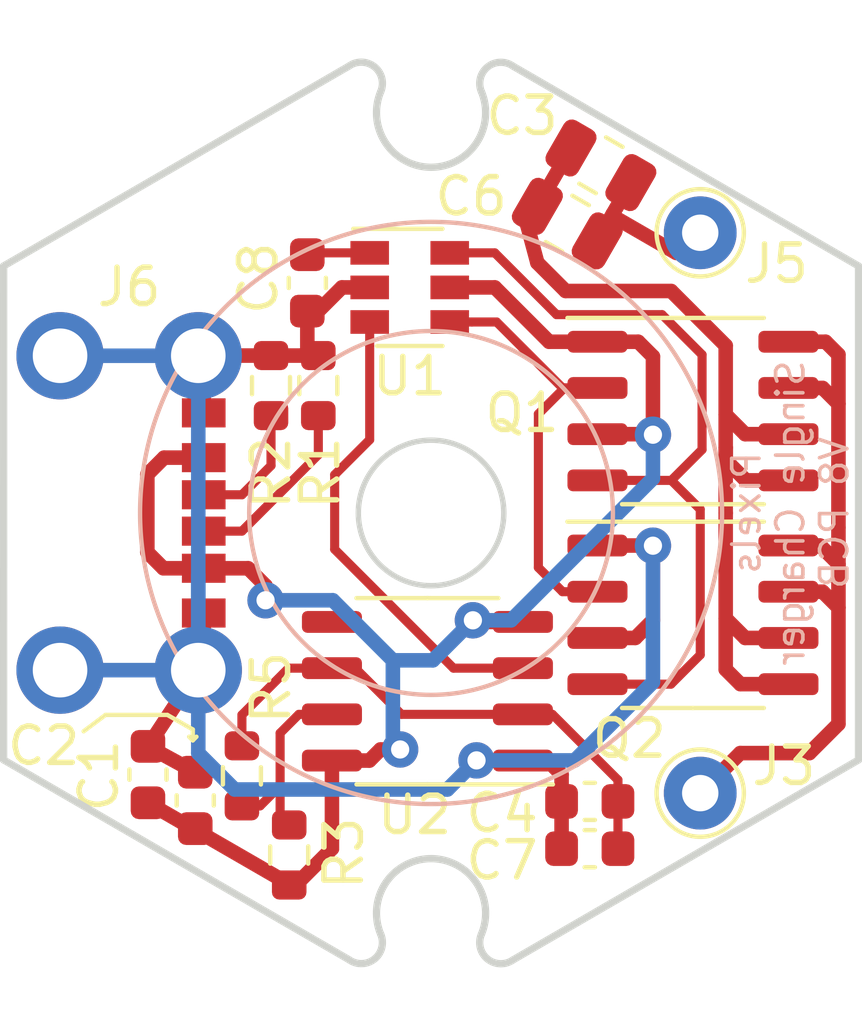
<source format=kicad_pcb>
(kicad_pcb (version 20171130) (host pcbnew "(5.1.10)-1")

  (general
    (thickness 1.6)
    (drawings 26)
    (tracks 169)
    (zones 0)
    (modules 18)
    (nets 14)
  )

  (page A4)
  (layers
    (0 F.Cu signal hide)
    (31 B.Cu signal)
    (32 B.Adhes user hide)
    (33 F.Adhes user hide)
    (34 B.Paste user hide)
    (35 F.Paste user hide)
    (36 B.SilkS user)
    (37 F.SilkS user hide)
    (38 B.Mask user hide)
    (39 F.Mask user hide)
    (40 Dwgs.User user hide)
    (41 Cmts.User user hide)
    (42 Eco1.User user hide)
    (43 Eco2.User user hide)
    (44 Edge.Cuts user)
    (45 Margin user)
    (46 B.CrtYd user hide)
    (47 F.CrtYd user hide)
    (48 B.Fab user hide)
    (49 F.Fab user hide)
  )

  (setup
    (last_trace_width 0.25)
    (trace_clearance 0.2)
    (zone_clearance 0.508)
    (zone_45_only no)
    (trace_min 0.2)
    (via_size 0.8)
    (via_drill 0.4)
    (via_min_size 0.4)
    (via_min_drill 0.3)
    (uvia_size 0.3)
    (uvia_drill 0.1)
    (uvias_allowed no)
    (uvia_min_size 0.2)
    (uvia_min_drill 0.1)
    (edge_width 0.05)
    (segment_width 0.2)
    (pcb_text_width 0.3)
    (pcb_text_size 1.5 1.5)
    (mod_edge_width 0.12)
    (mod_text_size 1 1)
    (mod_text_width 0.15)
    (pad_size 1.524 1.524)
    (pad_drill 0.762)
    (pad_to_mask_clearance 0)
    (aux_axis_origin 0 0)
    (visible_elements 7FFFFFFF)
    (pcbplotparams
      (layerselection 0x010fc_ffffffff)
      (usegerberextensions false)
      (usegerberattributes true)
      (usegerberadvancedattributes true)
      (creategerberjobfile true)
      (excludeedgelayer true)
      (linewidth 0.100000)
      (plotframeref false)
      (viasonmask false)
      (mode 1)
      (useauxorigin false)
      (hpglpennumber 1)
      (hpglpenspeed 20)
      (hpglpendiameter 15.000000)
      (psnegative false)
      (psa4output false)
      (plotreference true)
      (plotvalue true)
      (plotinvisibletext false)
      (padsonsilk false)
      (subtractmaskfromsilk false)
      (outputformat 1)
      (mirror false)
      (drillshape 0)
      (scaleselection 1)
      (outputdirectory "Gerber"))
  )

  (net 0 "")
  (net 1 GND)
  (net 2 VBUS)
  (net 3 "Net-(C3-Pad1)")
  (net 4 "Net-(C4-Pad1)")
  (net 5 "Net-(J6-PadA5)")
  (net 6 "Net-(J6-PadB5)")
  (net 7 "Net-(R3-Pad1)")
  (net 8 "Net-(C3-Pad2)")
  (net 9 "Net-(C8-Pad1)")
  (net 10 "Net-(J3-Pad1)")
  (net 11 "Net-(U1-Pad3)")
  (net 12 "Net-(Q1-Pad4)")
  (net 13 "Net-(Q1-Pad2)")

  (net_class Default "This is the default net class."
    (clearance 0.2)
    (trace_width 0.25)
    (via_dia 0.8)
    (via_drill 0.4)
    (uvia_dia 0.3)
    (uvia_drill 0.1)
    (add_net "Net-(C4-Pad1)")
    (add_net "Net-(C8-Pad1)")
    (add_net "Net-(J6-PadA5)")
    (add_net "Net-(J6-PadB5)")
    (add_net "Net-(Q1-Pad2)")
    (add_net "Net-(Q1-Pad4)")
    (add_net "Net-(R3-Pad1)")
    (add_net "Net-(U1-Pad3)")
  )

  (net_class Power ""
    (clearance 0.2)
    (trace_width 0.4)
    (via_dia 1)
    (via_drill 0.5)
    (uvia_dia 0.3)
    (uvia_drill 0.1)
    (add_net GND)
    (add_net "Net-(C3-Pad1)")
    (add_net "Net-(C3-Pad2)")
    (add_net "Net-(J3-Pad1)")
    (add_net VBUS)
  )

  (module Package_SO:SOP-8_3.9x4.9mm_P1.27mm (layer F.Cu) (tedit 5D9F72B1) (tstamp 61D09096)
    (at 152.2 73.8)
    (descr "SOP, 8 Pin (http://www.macronix.com/Lists/Datasheet/Attachments/7534/MX25R3235F,%20Wide%20Range,%2032Mb,%20v1.6.pdf#page=79), generated with kicad-footprint-generator ipc_gullwing_generator.py")
    (tags "SOP SO")
    (path /61D13C7C)
    (attr smd)
    (fp_text reference Q2 (at -1.75 3.4) (layer F.SilkS)
      (effects (font (size 1 1) (thickness 0.15)))
    )
    (fp_text value WSP9926A (at 0 3.4) (layer F.Fab)
      (effects (font (size 1 1) (thickness 0.15)))
    )
    (fp_text user %R (at 0 0) (layer F.Fab)
      (effects (font (size 0.98 0.98) (thickness 0.15)))
    )
    (fp_line (start 0 2.56) (end 1.95 2.56) (layer F.SilkS) (width 0.12))
    (fp_line (start 0 2.56) (end -1.95 2.56) (layer F.SilkS) (width 0.12))
    (fp_line (start 0 -2.56) (end 1.95 -2.56) (layer F.SilkS) (width 0.12))
    (fp_line (start 0 -2.56) (end -3.45 -2.56) (layer F.SilkS) (width 0.12))
    (fp_line (start -0.975 -2.45) (end 1.95 -2.45) (layer F.Fab) (width 0.1))
    (fp_line (start 1.95 -2.45) (end 1.95 2.45) (layer F.Fab) (width 0.1))
    (fp_line (start 1.95 2.45) (end -1.95 2.45) (layer F.Fab) (width 0.1))
    (fp_line (start -1.95 2.45) (end -1.95 -1.475) (layer F.Fab) (width 0.1))
    (fp_line (start -1.95 -1.475) (end -0.975 -2.45) (layer F.Fab) (width 0.1))
    (fp_line (start -3.7 -2.7) (end -3.7 2.7) (layer F.CrtYd) (width 0.05))
    (fp_line (start -3.7 2.7) (end 3.7 2.7) (layer F.CrtYd) (width 0.05))
    (fp_line (start 3.7 2.7) (end 3.7 -2.7) (layer F.CrtYd) (width 0.05))
    (fp_line (start 3.7 -2.7) (end -3.7 -2.7) (layer F.CrtYd) (width 0.05))
    (pad 8 smd roundrect (at 2.625 -1.905) (size 1.65 0.6) (layers F.Cu F.Paste F.Mask) (roundrect_rratio 0.25)
      (net 10 "Net-(J3-Pad1)"))
    (pad 7 smd roundrect (at 2.625 -0.635) (size 1.65 0.6) (layers F.Cu F.Paste F.Mask) (roundrect_rratio 0.25)
      (net 10 "Net-(J3-Pad1)"))
    (pad 6 smd roundrect (at 2.625 0.635) (size 1.65 0.6) (layers F.Cu F.Paste F.Mask) (roundrect_rratio 0.25)
      (net 3 "Net-(C3-Pad1)"))
    (pad 5 smd roundrect (at 2.625 1.905) (size 1.65 0.6) (layers F.Cu F.Paste F.Mask) (roundrect_rratio 0.25)
      (net 3 "Net-(C3-Pad1)"))
    (pad 4 smd roundrect (at -2.625 1.905) (size 1.65 0.6) (layers F.Cu F.Paste F.Mask) (roundrect_rratio 0.25)
      (net 12 "Net-(Q1-Pad4)"))
    (pad 3 smd roundrect (at -2.625 0.635) (size 1.65 0.6) (layers F.Cu F.Paste F.Mask) (roundrect_rratio 0.25)
      (net 1 GND))
    (pad 2 smd roundrect (at -2.625 -0.635) (size 1.65 0.6) (layers F.Cu F.Paste F.Mask) (roundrect_rratio 0.25)
      (net 13 "Net-(Q1-Pad2)"))
    (pad 1 smd roundrect (at -2.625 -1.905) (size 1.65 0.6) (layers F.Cu F.Paste F.Mask) (roundrect_rratio 0.25)
      (net 1 GND))
    (model ${KISYS3DMOD}/Package_SO.3dshapes/SOP-8_3.9x4.9mm_P1.27mm.wrl
      (at (xyz 0 0 0))
      (scale (xyz 1 1 1))
      (rotate (xyz 0 0 0))
    )
  )

  (module Package_SO:SOP-8_3.9x4.9mm_P1.27mm (layer F.Cu) (tedit 5D9F72B1) (tstamp 61D07FFE)
    (at 152.2 68.2)
    (descr "SOP, 8 Pin (http://www.macronix.com/Lists/Datasheet/Attachments/7534/MX25R3235F,%20Wide%20Range,%2032Mb,%20v1.6.pdf#page=79), generated with kicad-footprint-generator ipc_gullwing_generator.py")
    (tags "SOP SO")
    (path /61D0336A)
    (attr smd)
    (fp_text reference Q1 (at -4.7 0.05) (layer F.SilkS)
      (effects (font (size 1 1) (thickness 0.15)))
    )
    (fp_text value WSP4953A (at 0 3.4) (layer F.Fab)
      (effects (font (size 1 1) (thickness 0.15)))
    )
    (fp_text user %R (at 0 0) (layer F.Fab)
      (effects (font (size 0.98 0.98) (thickness 0.15)))
    )
    (fp_line (start 0 2.56) (end 1.95 2.56) (layer F.SilkS) (width 0.12))
    (fp_line (start 0 2.56) (end -1.95 2.56) (layer F.SilkS) (width 0.12))
    (fp_line (start 0 -2.56) (end 1.95 -2.56) (layer F.SilkS) (width 0.12))
    (fp_line (start 0 -2.56) (end -3.45 -2.56) (layer F.SilkS) (width 0.12))
    (fp_line (start -0.975 -2.45) (end 1.95 -2.45) (layer F.Fab) (width 0.1))
    (fp_line (start 1.95 -2.45) (end 1.95 2.45) (layer F.Fab) (width 0.1))
    (fp_line (start 1.95 2.45) (end -1.95 2.45) (layer F.Fab) (width 0.1))
    (fp_line (start -1.95 2.45) (end -1.95 -1.475) (layer F.Fab) (width 0.1))
    (fp_line (start -1.95 -1.475) (end -0.975 -2.45) (layer F.Fab) (width 0.1))
    (fp_line (start -3.7 -2.7) (end -3.7 2.7) (layer F.CrtYd) (width 0.05))
    (fp_line (start -3.7 2.7) (end 3.7 2.7) (layer F.CrtYd) (width 0.05))
    (fp_line (start 3.7 2.7) (end 3.7 -2.7) (layer F.CrtYd) (width 0.05))
    (fp_line (start 3.7 -2.7) (end -3.7 -2.7) (layer F.CrtYd) (width 0.05))
    (pad 8 smd roundrect (at 2.625 -1.905) (size 1.65 0.6) (layers F.Cu F.Paste F.Mask) (roundrect_rratio 0.25)
      (net 10 "Net-(J3-Pad1)"))
    (pad 7 smd roundrect (at 2.625 -0.635) (size 1.65 0.6) (layers F.Cu F.Paste F.Mask) (roundrect_rratio 0.25)
      (net 10 "Net-(J3-Pad1)"))
    (pad 6 smd roundrect (at 2.625 0.635) (size 1.65 0.6) (layers F.Cu F.Paste F.Mask) (roundrect_rratio 0.25)
      (net 3 "Net-(C3-Pad1)"))
    (pad 5 smd roundrect (at 2.625 1.905) (size 1.65 0.6) (layers F.Cu F.Paste F.Mask) (roundrect_rratio 0.25)
      (net 3 "Net-(C3-Pad1)"))
    (pad 4 smd roundrect (at -2.625 1.905) (size 1.65 0.6) (layers F.Cu F.Paste F.Mask) (roundrect_rratio 0.25)
      (net 12 "Net-(Q1-Pad4)"))
    (pad 3 smd roundrect (at -2.625 0.635) (size 1.65 0.6) (layers F.Cu F.Paste F.Mask) (roundrect_rratio 0.25)
      (net 2 VBUS))
    (pad 2 smd roundrect (at -2.625 -0.635) (size 1.65 0.6) (layers F.Cu F.Paste F.Mask) (roundrect_rratio 0.25)
      (net 13 "Net-(Q1-Pad2)"))
    (pad 1 smd roundrect (at -2.625 -1.905) (size 1.65 0.6) (layers F.Cu F.Paste F.Mask) (roundrect_rratio 0.25)
      (net 2 VBUS))
    (model ${KISYS3DMOD}/Package_SO.3dshapes/SOP-8_3.9x4.9mm_P1.27mm.wrl
      (at (xyz 0 0 0))
      (scale (xyz 1 1 1))
      (rotate (xyz 0 0 0))
    )
  )

  (module Pixels-dice:SOP-8_3.9x4.9mm_P1.27mm (layer F.Cu) (tedit 61AF8385) (tstamp 61D09CC2)
    (at 144.9 75.9 180)
    (descr "SOP, 8 Pin (http://www.macronix.com/Lists/Datasheet/Attachments/7534/MX25R3235F,%20Wide%20Range,%2032Mb,%20v1.6.pdf#page=79), generated with kicad-footprint-generator ipc_gullwing_generator.py")
    (tags "SOP SO")
    (path /60AD080A)
    (attr smd)
    (fp_text reference U2 (at 0.35 -3.4) (layer F.SilkS)
      (effects (font (size 1 1) (thickness 0.15)))
    )
    (fp_text value NE551D (at 0 3.4) (layer F.Fab)
      (effects (font (size 1 1) (thickness 0.15)))
    )
    (fp_line (start 0 2.56) (end 1.95 2.56) (layer F.SilkS) (width 0.12))
    (fp_line (start 0 2.56) (end -1.95 2.56) (layer F.SilkS) (width 0.12))
    (fp_line (start 0 -2.56) (end 1.95 -2.56) (layer F.SilkS) (width 0.12))
    (fp_line (start 0 -2.56) (end -3.45 -2.56) (layer F.SilkS) (width 0.12))
    (fp_line (start -0.975 -2.45) (end 1.95 -2.45) (layer F.Fab) (width 0.1))
    (fp_line (start 1.95 -2.45) (end 1.95 2.45) (layer F.Fab) (width 0.1))
    (fp_line (start 1.95 2.45) (end -1.95 2.45) (layer F.Fab) (width 0.1))
    (fp_line (start -1.95 2.45) (end -1.95 -1.475) (layer F.Fab) (width 0.1))
    (fp_line (start -1.95 -1.475) (end -0.975 -2.45) (layer F.Fab) (width 0.1))
    (fp_line (start -3.7 -2.7) (end -3.7 2.7) (layer F.CrtYd) (width 0.05))
    (fp_line (start -3.7 2.7) (end 3.7 2.7) (layer F.CrtYd) (width 0.05))
    (fp_line (start 3.7 2.7) (end 3.7 -2.7) (layer F.CrtYd) (width 0.05))
    (fp_line (start 3.7 -2.7) (end -3.7 -2.7) (layer F.CrtYd) (width 0.05))
    (fp_text user %R (at 0 0) (layer F.Fab)
      (effects (font (size 0.98 0.98) (thickness 0.15)))
    )
    (pad 8 smd roundrect (at 2.625 -1.905 180) (size 1.65 0.6) (layers F.Cu F.Paste F.Mask) (roundrect_rratio 0.25)
      (net 2 VBUS))
    (pad 7 smd roundrect (at 2.625 -0.635 180) (size 1.65 0.6) (layers F.Cu F.Paste F.Mask) (roundrect_rratio 0.25)
      (net 7 "Net-(R3-Pad1)"))
    (pad 6 smd roundrect (at 2.625 0.635 180) (size 1.65 0.6) (layers F.Cu F.Paste F.Mask) (roundrect_rratio 0.25)
      (net 4 "Net-(C4-Pad1)"))
    (pad 5 smd roundrect (at 2.625 1.905 180) (size 1.65 0.6) (layers F.Cu F.Paste F.Mask) (roundrect_rratio 0.25))
    (pad 4 smd roundrect (at -2.625 1.905 180) (size 1.65 0.6) (layers F.Cu F.Paste F.Mask) (roundrect_rratio 0.25)
      (net 2 VBUS))
    (pad 3 smd roundrect (at -2.625 0.635 180) (size 1.65 0.6) (layers F.Cu F.Paste F.Mask) (roundrect_rratio 0.25)
      (net 11 "Net-(U1-Pad3)"))
    (pad 2 smd roundrect (at -2.625 -0.635 180) (size 1.65 0.6) (layers F.Cu F.Paste F.Mask) (roundrect_rratio 0.25)
      (net 4 "Net-(C4-Pad1)"))
    (pad 1 smd roundrect (at -2.625 -1.905 180) (size 1.65 0.6) (layers F.Cu F.Paste F.Mask) (roundrect_rratio 0.25)
      (net 1 GND))
    (model ${KISYS3DMOD}/Package_SO.3dshapes/HSOP-8-1EP_3.9x4.9mm_P1.27mm_EP2.41x3.1mm.step
      (at (xyz 0 0 0))
      (scale (xyz 1 1 1))
      (rotate (xyz 0 0 0))
    )
  )

  (module Pixels-dice:USB-C-SMD_10P-P1.00-L6.8-W8.9 (layer F.Cu) (tedit 61ACE364) (tstamp 616A5DB8)
    (at 136.7 71)
    (path /607B35F9)
    (attr smd)
    (fp_text reference J6 (at 0 -6.21) (layer F.SilkS)
      (effects (font (size 1 1) (thickness 0.15)))
    )
    (fp_text value USB_C_Receptacle_USB2.0 (at 0.1 -7) (layer F.Fab)
      (effects (font (size 1 1) (thickness 0.15)))
    )
    (fp_line (start -4.5 -8) (end -4.5 7.6) (layer F.SilkS) (width 0.12))
    (pad B12 smd rect (at 2.05 -2.75 270) (size 0.8 1.2) (layers F.Cu F.Paste F.Mask)
      (net 1 GND))
    (pad B9 smd rect (at 2.05 -1.52 270) (size 0.8 1.2) (layers F.Cu F.Paste F.Mask)
      (net 2 VBUS))
    (pad A5 smd rect (at 2.05 -0.5 270) (size 0.8 1.2) (layers F.Cu F.Paste F.Mask)
      (net 5 "Net-(J6-PadA5)"))
    (pad B5 smd rect (at 2.05 0.5 270) (size 0.8 1.2) (layers F.Cu F.Paste F.Mask)
      (net 6 "Net-(J6-PadB5)"))
    (pad A9 smd rect (at 2.05 1.52 270) (size 0.8 1.2) (layers F.Cu F.Paste F.Mask)
      (net 2 VBUS))
    (pad A12 smd rect (at 2.05 2.75 270) (size 0.8 1.2) (layers F.Cu F.Paste F.Mask)
      (net 1 GND))
    (pad S1 thru_hole circle (at -1.9 -4.32 270) (size 2.4 2.4) (drill 1.5) (layers *.Cu *.Mask)
      (net 1 GND))
    (pad S1 thru_hole circle (at -1.9 4.32 270) (size 2.4 2.4) (drill 1.5) (layers *.Cu *.Mask)
      (net 1 GND))
    (pad S1 thru_hole circle (at 1.9 -4.32 270) (size 2.4 2.4) (drill 1.5) (layers *.Cu *.Mask)
      (net 1 GND))
    (pad S1 thru_hole circle (at 1.9 4.32 270) (size 2.4 2.4) (drill 1.5) (layers *.Cu *.Mask)
      (net 1 GND))
    (model "C:/Projects/Pixels-dice/Electrical/Footprints/Step Files/TYPE-C-31-M-17.step"
      (offset (xyz -4.7 4.5 0))
      (scale (xyz 1 1 1))
      (rotate (xyz 0 0 90))
    )
  )

  (module Capacitor_SMD:C_0805_2012Metric (layer F.Cu) (tedit 5F68FEEE) (tstamp 6185B21C)
    (at 148.745096 63.047724 330)
    (descr "Capacitor SMD 0805 (2012 Metric), square (rectangular) end terminal, IPC_7351 nominal, (Body size source: IPC-SM-782 page 76, https://www.pcb-3d.com/wordpress/wp-content/uploads/ipc-sm-782a_amendment_1_and_2.pdf, https://docs.google.com/spreadsheets/d/1BsfQQcO9C6DZCsRaXUlFlo91Tg2WpOkGARC1WS5S8t0/edit?usp=sharing), generated with kicad-footprint-generator")
    (tags capacitor)
    (path /61A5AD24)
    (attr smd)
    (fp_text reference C6 (at -2.664582 0.675 180) (layer F.SilkS)
      (effects (font (size 1 1) (thickness 0.15)))
    )
    (fp_text value "0.1uF 50V 10%" (at 0 1.68 150) (layer F.Fab)
      (effects (font (size 1 1) (thickness 0.15)))
    )
    (fp_line (start 1.7 0.98) (end -1.7 0.98) (layer F.CrtYd) (width 0.05))
    (fp_line (start 1.7 -0.98) (end 1.7 0.98) (layer F.CrtYd) (width 0.05))
    (fp_line (start -1.7 -0.98) (end 1.7 -0.98) (layer F.CrtYd) (width 0.05))
    (fp_line (start -1.7 0.98) (end -1.7 -0.98) (layer F.CrtYd) (width 0.05))
    (fp_line (start -0.261252 0.735) (end 0.261252 0.735) (layer F.SilkS) (width 0.12))
    (fp_line (start -0.261252 -0.735) (end 0.261252 -0.735) (layer F.SilkS) (width 0.12))
    (fp_line (start 1 0.625) (end -1 0.625) (layer F.Fab) (width 0.1))
    (fp_line (start 1 -0.625) (end 1 0.625) (layer F.Fab) (width 0.1))
    (fp_line (start -1 -0.625) (end 1 -0.625) (layer F.Fab) (width 0.1))
    (fp_line (start -1 0.625) (end -1 -0.625) (layer F.Fab) (width 0.1))
    (fp_text user %R (at 0 0 150) (layer F.Fab)
      (effects (font (size 0.5 0.5) (thickness 0.08)))
    )
    (pad 2 smd roundrect (at 0.95 0 330) (size 1 1.45) (layers F.Cu F.Paste F.Mask) (roundrect_rratio 0.25)
      (net 8 "Net-(C3-Pad2)"))
    (pad 1 smd roundrect (at -0.95 0 330) (size 1 1.45) (layers F.Cu F.Paste F.Mask) (roundrect_rratio 0.25)
      (net 3 "Net-(C3-Pad1)"))
    (model ${KISYS3DMOD}/Capacitor_SMD.3dshapes/C_0805_2012Metric.wrl
      (at (xyz 0 0 0))
      (scale (xyz 1 1 1))
      (rotate (xyz 0 0 0))
    )
  )

  (module Capacitor_SMD:C_0805_2012Metric (layer F.Cu) (tedit 5F68FEEE) (tstamp 6185B16E)
    (at 149.670096 61.445577 330)
    (descr "Capacitor SMD 0805 (2012 Metric), square (rectangular) end terminal, IPC_7351 nominal, (Body size source: IPC-SM-782 page 76, https://www.pcb-3d.com/wordpress/wp-content/uploads/ipc-sm-782a_amendment_1_and_2.pdf, https://docs.google.com/spreadsheets/d/1BsfQQcO9C6DZCsRaXUlFlo91Tg2WpOkGARC1WS5S8t0/edit?usp=sharing), generated with kicad-footprint-generator")
    (tags capacitor)
    (path /607B9B06)
    (attr smd)
    (fp_text reference C3 (at -2.558688 -0.091586 180) (layer F.SilkS)
      (effects (font (size 1 1) (thickness 0.15)))
    )
    (fp_text value "0.22uF 50V 10%" (at 0 1.68 150) (layer F.Fab)
      (effects (font (size 1 1) (thickness 0.15)))
    )
    (fp_line (start -1 0.625) (end -1 -0.625) (layer F.Fab) (width 0.1))
    (fp_line (start -1 -0.625) (end 1 -0.625) (layer F.Fab) (width 0.1))
    (fp_line (start 1 -0.625) (end 1 0.625) (layer F.Fab) (width 0.1))
    (fp_line (start 1 0.625) (end -1 0.625) (layer F.Fab) (width 0.1))
    (fp_line (start -0.261252 -0.735) (end 0.261252 -0.735) (layer F.SilkS) (width 0.12))
    (fp_line (start -0.261252 0.735) (end 0.261252 0.735) (layer F.SilkS) (width 0.12))
    (fp_line (start -1.7 0.98) (end -1.7 -0.98) (layer F.CrtYd) (width 0.05))
    (fp_line (start -1.7 -0.98) (end 1.7 -0.98) (layer F.CrtYd) (width 0.05))
    (fp_line (start 1.7 -0.98) (end 1.7 0.98) (layer F.CrtYd) (width 0.05))
    (fp_line (start 1.7 0.98) (end -1.7 0.98) (layer F.CrtYd) (width 0.05))
    (fp_text user %R (at 0 0 150) (layer F.Fab)
      (effects (font (size 0.5 0.5) (thickness 0.08)))
    )
    (pad 2 smd roundrect (at 0.95 0 330) (size 1 1.45) (layers F.Cu F.Paste F.Mask) (roundrect_rratio 0.25)
      (net 8 "Net-(C3-Pad2)"))
    (pad 1 smd roundrect (at -0.95 0 330) (size 1 1.45) (layers F.Cu F.Paste F.Mask) (roundrect_rratio 0.25)
      (net 3 "Net-(C3-Pad1)"))
    (model ${KISYS3DMOD}/Capacitor_SMD.3dshapes/C_0805_2012Metric.wrl
      (at (xyz 0 0 0))
      (scale (xyz 1 1 1))
      (rotate (xyz 0 0 0))
    )
  )

  (module Capacitor_SMD:C_0603_1608Metric (layer F.Cu) (tedit 5F68FEEE) (tstamp 6179C0AB)
    (at 149.363397 80.226795 180)
    (descr "Capacitor SMD 0603 (1608 Metric), square (rectangular) end terminal, IPC_7351 nominal, (Body size source: IPC-SM-782 page 76, https://www.pcb-3d.com/wordpress/wp-content/uploads/ipc-sm-782a_amendment_1_and_2.pdf), generated with kicad-footprint-generator")
    (tags capacitor)
    (path /61804C6B)
    (attr smd)
    (fp_text reference C7 (at 2.413397 -0.323205) (layer F.SilkS)
      (effects (font (size 1 1) (thickness 0.15)))
    )
    (fp_text value "33pF 50V 10%" (at 0 1.43) (layer F.Fab)
      (effects (font (size 1 1) (thickness 0.15)))
    )
    (fp_line (start -0.8 0.4) (end -0.8 -0.4) (layer F.Fab) (width 0.1))
    (fp_line (start -0.8 -0.4) (end 0.8 -0.4) (layer F.Fab) (width 0.1))
    (fp_line (start 0.8 -0.4) (end 0.8 0.4) (layer F.Fab) (width 0.1))
    (fp_line (start 0.8 0.4) (end -0.8 0.4) (layer F.Fab) (width 0.1))
    (fp_line (start -0.14058 -0.51) (end 0.14058 -0.51) (layer F.SilkS) (width 0.12))
    (fp_line (start -0.14058 0.51) (end 0.14058 0.51) (layer F.SilkS) (width 0.12))
    (fp_line (start -1.48 0.73) (end -1.48 -0.73) (layer F.CrtYd) (width 0.05))
    (fp_line (start -1.48 -0.73) (end 1.48 -0.73) (layer F.CrtYd) (width 0.05))
    (fp_line (start 1.48 -0.73) (end 1.48 0.73) (layer F.CrtYd) (width 0.05))
    (fp_line (start 1.48 0.73) (end -1.48 0.73) (layer F.CrtYd) (width 0.05))
    (fp_text user %R (at 0 0) (layer F.Fab)
      (effects (font (size 0.4 0.4) (thickness 0.06)))
    )
    (pad 2 smd roundrect (at 0.775 0 180) (size 0.9 0.95) (layers F.Cu F.Paste F.Mask) (roundrect_rratio 0.25)
      (net 1 GND))
    (pad 1 smd roundrect (at -0.775 0 180) (size 0.9 0.95) (layers F.Cu F.Paste F.Mask) (roundrect_rratio 0.25)
      (net 4 "Net-(C4-Pad1)"))
    (model ${KISYS3DMOD}/Capacitor_SMD.3dshapes/C_0603_1608Metric.wrl
      (at (xyz 0 0 0))
      (scale (xyz 1 1 1))
      (rotate (xyz 0 0 0))
    )
  )

  (module Pixels-dice:SOT-26 (layer F.Cu) (tedit 616B9834) (tstamp 616A791D)
    (at 144.412917 64.801795 180)
    (descr "6-pin SOT-23 package")
    (tags SOT-23-6)
    (path /616C6B31)
    (attr smd)
    (fp_text reference U1 (at 0 -2.44 180) (layer F.SilkS)
      (effects (font (size 1 1) (thickness 0.15)))
    )
    (fp_text value AP1511B (at 0 -2.9 180) (layer F.Fab)
      (effects (font (size 1 1) (thickness 0.15)))
    )
    (fp_line (start -0.9 1.55) (end -0.9 -1.55) (layer F.Fab) (width 0.1))
    (fp_line (start -0.9 -1.55) (end 0.9 -1.55) (layer F.Fab) (width 0.1))
    (fp_line (start 0.9 0.9) (end 0.9 -1.55) (layer F.Fab) (width 0.1))
    (fp_line (start -0.9 1.55) (end 0.25 1.55) (layer F.Fab) (width 0.1))
    (fp_line (start 0.9 0.9) (end 0.25 1.55) (layer F.Fab) (width 0.1))
    (fp_line (start 1.9 1.8) (end 1.9 -1.8) (layer F.CrtYd) (width 0.05))
    (fp_line (start 1.9 -1.8) (end -1.9 -1.8) (layer F.CrtYd) (width 0.05))
    (fp_line (start -1.9 -1.8) (end -1.9 1.8) (layer F.CrtYd) (width 0.05))
    (fp_line (start -1.9 1.8) (end 1.9 1.8) (layer F.CrtYd) (width 0.05))
    (fp_line (start -0.9 1.61) (end 1.55 1.61) (layer F.SilkS) (width 0.12))
    (fp_line (start 0.9 -1.61) (end -0.9 -1.61) (layer F.SilkS) (width 0.12))
    (fp_text user %R (at 0 0 270) (layer F.Fab)
      (effects (font (size 0.5 0.5) (thickness 0.075)))
    )
    (pad 5 smd rect (at -1.1 0) (size 1.06 0.65) (layers F.Cu F.Paste F.Mask)
      (net 2 VBUS))
    (pad 6 smd rect (at -1.1 0.95) (size 1.06 0.65) (layers F.Cu F.Paste F.Mask)
      (net 12 "Net-(Q1-Pad4)"))
    (pad 4 smd rect (at -1.1 -0.95) (size 1.06 0.65) (layers F.Cu F.Paste F.Mask)
      (net 13 "Net-(Q1-Pad2)"))
    (pad 3 smd rect (at 1.1 -0.95) (size 1.06 0.65) (layers F.Cu F.Paste F.Mask)
      (net 11 "Net-(U1-Pad3)"))
    (pad 2 smd rect (at 1.1 0) (size 1.06 0.65) (layers F.Cu F.Paste F.Mask)
      (net 1 GND))
    (pad 1 smd rect (at 1.1 0.95) (size 1.06 0.65) (layers F.Cu F.Paste F.Mask)
      (net 9 "Net-(C8-Pad1)"))
    (model ${KISYS3DMOD}/Package_TO_SOT_SMD.3dshapes/SOT-23-6.wrl
      (at (xyz 0 0 0))
      (scale (xyz 1 1 1))
      (rotate (xyz 0 0 0))
    )
  )

  (module Capacitor_SMD:C_0603_1608Metric (layer F.Cu) (tedit 5F68FEEE) (tstamp 616BFF12)
    (at 141.597853 64.677628 270)
    (descr "Capacitor SMD 0603 (1608 Metric), square (rectangular) end terminal, IPC_7351 nominal, (Body size source: IPC-SM-782 page 76, https://www.pcb-3d.com/wordpress/wp-content/uploads/ipc-sm-782a_amendment_1_and_2.pdf), generated with kicad-footprint-generator")
    (tags capacitor)
    (path /616F5905)
    (attr smd)
    (fp_text reference C8 (at -0.127628 1.347853 90) (layer F.SilkS)
      (effects (font (size 1 1) (thickness 0.15)))
    )
    (fp_text value "2.2pF 50V 10%" (at 0 1.43 90) (layer F.Fab)
      (effects (font (size 1 1) (thickness 0.15)))
    )
    (fp_line (start 1.48 0.73) (end -1.48 0.73) (layer F.CrtYd) (width 0.05))
    (fp_line (start 1.48 -0.73) (end 1.48 0.73) (layer F.CrtYd) (width 0.05))
    (fp_line (start -1.48 -0.73) (end 1.48 -0.73) (layer F.CrtYd) (width 0.05))
    (fp_line (start -1.48 0.73) (end -1.48 -0.73) (layer F.CrtYd) (width 0.05))
    (fp_line (start -0.14058 0.51) (end 0.14058 0.51) (layer F.SilkS) (width 0.12))
    (fp_line (start -0.14058 -0.51) (end 0.14058 -0.51) (layer F.SilkS) (width 0.12))
    (fp_line (start 0.8 0.4) (end -0.8 0.4) (layer F.Fab) (width 0.1))
    (fp_line (start 0.8 -0.4) (end 0.8 0.4) (layer F.Fab) (width 0.1))
    (fp_line (start -0.8 -0.4) (end 0.8 -0.4) (layer F.Fab) (width 0.1))
    (fp_line (start -0.8 0.4) (end -0.8 -0.4) (layer F.Fab) (width 0.1))
    (fp_text user %R (at 0 0 90) (layer F.Fab)
      (effects (font (size 0.4 0.4) (thickness 0.06)))
    )
    (pad 2 smd roundrect (at 0.775 0 270) (size 0.9 0.95) (layers F.Cu F.Paste F.Mask) (roundrect_rratio 0.25)
      (net 1 GND))
    (pad 1 smd roundrect (at -0.775 0 270) (size 0.9 0.95) (layers F.Cu F.Paste F.Mask) (roundrect_rratio 0.25)
      (net 9 "Net-(C8-Pad1)"))
    (model ${KISYS3DMOD}/Capacitor_SMD.3dshapes/C_0603_1608Metric.wrl
      (at (xyz 0 0 0))
      (scale (xyz 1 1 1))
      (rotate (xyz 0 0 0))
    )
  )

  (module Capacitor_SMD:C_0603_1608Metric (layer F.Cu) (tedit 5F68FEEE) (tstamp 616A762E)
    (at 149.363397 78.926795 180)
    (descr "Capacitor SMD 0603 (1608 Metric), square (rectangular) end terminal, IPC_7351 nominal, (Body size source: IPC-SM-782 page 76, https://www.pcb-3d.com/wordpress/wp-content/uploads/ipc-sm-782a_amendment_1_and_2.pdf), generated with kicad-footprint-generator")
    (tags capacitor)
    (path /60AF0ABE)
    (attr smd)
    (fp_text reference C4 (at 2.413397 -0.323205) (layer F.SilkS)
      (effects (font (size 1 1) (thickness 0.15)))
    )
    (fp_text value "10pF 50V 10%" (at 0 1.43) (layer F.Fab)
      (effects (font (size 1 1) (thickness 0.15)))
    )
    (fp_line (start 1.48 0.73) (end -1.48 0.73) (layer F.CrtYd) (width 0.05))
    (fp_line (start 1.48 -0.73) (end 1.48 0.73) (layer F.CrtYd) (width 0.05))
    (fp_line (start -1.48 -0.73) (end 1.48 -0.73) (layer F.CrtYd) (width 0.05))
    (fp_line (start -1.48 0.73) (end -1.48 -0.73) (layer F.CrtYd) (width 0.05))
    (fp_line (start -0.14058 0.51) (end 0.14058 0.51) (layer F.SilkS) (width 0.12))
    (fp_line (start -0.14058 -0.51) (end 0.14058 -0.51) (layer F.SilkS) (width 0.12))
    (fp_line (start 0.8 0.4) (end -0.8 0.4) (layer F.Fab) (width 0.1))
    (fp_line (start 0.8 -0.4) (end 0.8 0.4) (layer F.Fab) (width 0.1))
    (fp_line (start -0.8 -0.4) (end 0.8 -0.4) (layer F.Fab) (width 0.1))
    (fp_line (start -0.8 0.4) (end -0.8 -0.4) (layer F.Fab) (width 0.1))
    (fp_text user %R (at 0 0) (layer F.Fab)
      (effects (font (size 0.4 0.4) (thickness 0.06)))
    )
    (pad 2 smd roundrect (at 0.775 0 180) (size 0.9 0.95) (layers F.Cu F.Paste F.Mask) (roundrect_rratio 0.25)
      (net 1 GND))
    (pad 1 smd roundrect (at -0.775 0 180) (size 0.9 0.95) (layers F.Cu F.Paste F.Mask) (roundrect_rratio 0.25)
      (net 4 "Net-(C4-Pad1)"))
    (model ${KISYS3DMOD}/Capacitor_SMD.3dshapes/C_0603_1608Metric.wrl
      (at (xyz 0 0 0))
      (scale (xyz 1 1 1))
      (rotate (xyz 0 0 0))
    )
  )

  (module Resistor_SMD:R_0603_1608Metric (layer F.Cu) (tedit 5F68FEEE) (tstamp 61D09C56)
    (at 139.8 78.225 270)
    (descr "Resistor SMD 0603 (1608 Metric), square (rectangular) end terminal, IPC_7351 nominal, (Body size source: IPC-SM-782 page 72, https://www.pcb-3d.com/wordpress/wp-content/uploads/ipc-sm-782a_amendment_1_and_2.pdf), generated with kicad-footprint-generator")
    (tags resistor)
    (path /60AF063A)
    (attr smd)
    (fp_text reference R5 (at -2.425 -0.8 90) (layer F.SilkS)
      (effects (font (size 1 1) (thickness 0.15)))
    )
    (fp_text value "100k 1%" (at 0 1.43 90) (layer F.Fab)
      (effects (font (size 1 1) (thickness 0.15)))
    )
    (fp_line (start -0.8 0.4125) (end -0.8 -0.4125) (layer F.Fab) (width 0.1))
    (fp_line (start -0.8 -0.4125) (end 0.8 -0.4125) (layer F.Fab) (width 0.1))
    (fp_line (start 0.8 -0.4125) (end 0.8 0.4125) (layer F.Fab) (width 0.1))
    (fp_line (start 0.8 0.4125) (end -0.8 0.4125) (layer F.Fab) (width 0.1))
    (fp_line (start -0.237258 -0.5225) (end 0.237258 -0.5225) (layer F.SilkS) (width 0.12))
    (fp_line (start -0.237258 0.5225) (end 0.237258 0.5225) (layer F.SilkS) (width 0.12))
    (fp_line (start -1.48 0.73) (end -1.48 -0.73) (layer F.CrtYd) (width 0.05))
    (fp_line (start -1.48 -0.73) (end 1.48 -0.73) (layer F.CrtYd) (width 0.05))
    (fp_line (start 1.48 -0.73) (end 1.48 0.73) (layer F.CrtYd) (width 0.05))
    (fp_line (start 1.48 0.73) (end -1.48 0.73) (layer F.CrtYd) (width 0.05))
    (fp_text user %R (at 0 0 90) (layer F.Fab)
      (effects (font (size 0.4 0.4) (thickness 0.06)))
    )
    (pad 2 smd roundrect (at 0.825 0 270) (size 0.8 0.95) (layers F.Cu F.Paste F.Mask) (roundrect_rratio 0.25)
      (net 7 "Net-(R3-Pad1)"))
    (pad 1 smd roundrect (at -0.825 0 270) (size 0.8 0.95) (layers F.Cu F.Paste F.Mask) (roundrect_rratio 0.25)
      (net 4 "Net-(C4-Pad1)"))
    (model ${KISYS3DMOD}/Resistor_SMD.3dshapes/R_0603_1608Metric.wrl
      (at (xyz 0 0 0))
      (scale (xyz 1 1 1))
      (rotate (xyz 0 0 0))
    )
  )

  (module Resistor_SMD:R_0603_1608Metric (layer F.Cu) (tedit 5F68FEEE) (tstamp 61D08323)
    (at 141.1 80.4 270)
    (descr "Resistor SMD 0603 (1608 Metric), square (rectangular) end terminal, IPC_7351 nominal, (Body size source: IPC-SM-782 page 72, https://www.pcb-3d.com/wordpress/wp-content/uploads/ipc-sm-782a_amendment_1_and_2.pdf), generated with kicad-footprint-generator")
    (tags resistor)
    (path /60AEF9E1)
    (attr smd)
    (fp_text reference R3 (at -0.05 -1.5 90) (layer F.SilkS)
      (effects (font (size 1 1) (thickness 0.15)))
    )
    (fp_text value "10k 1%" (at 0 1.43 90) (layer F.Fab)
      (effects (font (size 1 1) (thickness 0.15)))
    )
    (fp_line (start -0.8 0.4125) (end -0.8 -0.4125) (layer F.Fab) (width 0.1))
    (fp_line (start -0.8 -0.4125) (end 0.8 -0.4125) (layer F.Fab) (width 0.1))
    (fp_line (start 0.8 -0.4125) (end 0.8 0.4125) (layer F.Fab) (width 0.1))
    (fp_line (start 0.8 0.4125) (end -0.8 0.4125) (layer F.Fab) (width 0.1))
    (fp_line (start -0.237258 -0.5225) (end 0.237258 -0.5225) (layer F.SilkS) (width 0.12))
    (fp_line (start -0.237258 0.5225) (end 0.237258 0.5225) (layer F.SilkS) (width 0.12))
    (fp_line (start -1.48 0.73) (end -1.48 -0.73) (layer F.CrtYd) (width 0.05))
    (fp_line (start -1.48 -0.73) (end 1.48 -0.73) (layer F.CrtYd) (width 0.05))
    (fp_line (start 1.48 -0.73) (end 1.48 0.73) (layer F.CrtYd) (width 0.05))
    (fp_line (start 1.48 0.73) (end -1.48 0.73) (layer F.CrtYd) (width 0.05))
    (fp_text user %R (at 0 0 90) (layer F.Fab)
      (effects (font (size 0.4 0.4) (thickness 0.06)))
    )
    (pad 2 smd roundrect (at 0.825 0 270) (size 0.8 0.95) (layers F.Cu F.Paste F.Mask) (roundrect_rratio 0.25)
      (net 2 VBUS))
    (pad 1 smd roundrect (at -0.825 0 270) (size 0.8 0.95) (layers F.Cu F.Paste F.Mask) (roundrect_rratio 0.25)
      (net 7 "Net-(R3-Pad1)"))
    (model ${KISYS3DMOD}/Resistor_SMD.3dshapes/R_0603_1608Metric.wrl
      (at (xyz 0 0 0))
      (scale (xyz 1 1 1))
      (rotate (xyz 0 0 0))
    )
  )

  (module Resistor_SMD:R_0603_1608Metric (layer F.Cu) (tedit 5F68FEEE) (tstamp 61D0A3D7)
    (at 140.6 67.5 270)
    (descr "Resistor SMD 0603 (1608 Metric), square (rectangular) end terminal, IPC_7351 nominal, (Body size source: IPC-SM-782 page 72, https://www.pcb-3d.com/wordpress/wp-content/uploads/ipc-sm-782a_amendment_1_and_2.pdf), generated with kicad-footprint-generator")
    (tags resistor)
    (path /607C452F)
    (attr smd)
    (fp_text reference R2 (at 2.4 0 90) (layer F.SilkS)
      (effects (font (size 1 1) (thickness 0.15)))
    )
    (fp_text value "5.1k 1%" (at 0 1.43 90) (layer F.Fab)
      (effects (font (size 1 1) (thickness 0.15)))
    )
    (fp_line (start -0.8 0.4125) (end -0.8 -0.4125) (layer F.Fab) (width 0.1))
    (fp_line (start -0.8 -0.4125) (end 0.8 -0.4125) (layer F.Fab) (width 0.1))
    (fp_line (start 0.8 -0.4125) (end 0.8 0.4125) (layer F.Fab) (width 0.1))
    (fp_line (start 0.8 0.4125) (end -0.8 0.4125) (layer F.Fab) (width 0.1))
    (fp_line (start -0.237258 -0.5225) (end 0.237258 -0.5225) (layer F.SilkS) (width 0.12))
    (fp_line (start -0.237258 0.5225) (end 0.237258 0.5225) (layer F.SilkS) (width 0.12))
    (fp_line (start -1.48 0.73) (end -1.48 -0.73) (layer F.CrtYd) (width 0.05))
    (fp_line (start -1.48 -0.73) (end 1.48 -0.73) (layer F.CrtYd) (width 0.05))
    (fp_line (start 1.48 -0.73) (end 1.48 0.73) (layer F.CrtYd) (width 0.05))
    (fp_line (start 1.48 0.73) (end -1.48 0.73) (layer F.CrtYd) (width 0.05))
    (fp_text user %R (at 0 0 90) (layer F.Fab)
      (effects (font (size 0.4 0.4) (thickness 0.06)))
    )
    (pad 2 smd roundrect (at 0.825 0 270) (size 0.8 0.95) (layers F.Cu F.Paste F.Mask) (roundrect_rratio 0.25)
      (net 5 "Net-(J6-PadA5)"))
    (pad 1 smd roundrect (at -0.825 0 270) (size 0.8 0.95) (layers F.Cu F.Paste F.Mask) (roundrect_rratio 0.25)
      (net 1 GND))
    (model ${KISYS3DMOD}/Resistor_SMD.3dshapes/R_0603_1608Metric.wrl
      (at (xyz 0 0 0))
      (scale (xyz 1 1 1))
      (rotate (xyz 0 0 0))
    )
  )

  (module Resistor_SMD:R_0603_1608Metric (layer F.Cu) (tedit 5F68FEEE) (tstamp 61D0A407)
    (at 141.9 67.5 270)
    (descr "Resistor SMD 0603 (1608 Metric), square (rectangular) end terminal, IPC_7351 nominal, (Body size source: IPC-SM-782 page 72, https://www.pcb-3d.com/wordpress/wp-content/uploads/ipc-sm-782a_amendment_1_and_2.pdf), generated with kicad-footprint-generator")
    (tags resistor)
    (path /607C3927)
    (attr smd)
    (fp_text reference R1 (at 2.4 -0.05 90) (layer F.SilkS)
      (effects (font (size 1 1) (thickness 0.15)))
    )
    (fp_text value "5.1k 1%" (at 0 1.43 90) (layer F.Fab)
      (effects (font (size 1 1) (thickness 0.15)))
    )
    (fp_line (start -0.8 0.4125) (end -0.8 -0.4125) (layer F.Fab) (width 0.1))
    (fp_line (start -0.8 -0.4125) (end 0.8 -0.4125) (layer F.Fab) (width 0.1))
    (fp_line (start 0.8 -0.4125) (end 0.8 0.4125) (layer F.Fab) (width 0.1))
    (fp_line (start 0.8 0.4125) (end -0.8 0.4125) (layer F.Fab) (width 0.1))
    (fp_line (start -0.237258 -0.5225) (end 0.237258 -0.5225) (layer F.SilkS) (width 0.12))
    (fp_line (start -0.237258 0.5225) (end 0.237258 0.5225) (layer F.SilkS) (width 0.12))
    (fp_line (start -1.48 0.73) (end -1.48 -0.73) (layer F.CrtYd) (width 0.05))
    (fp_line (start -1.48 -0.73) (end 1.48 -0.73) (layer F.CrtYd) (width 0.05))
    (fp_line (start 1.48 -0.73) (end 1.48 0.73) (layer F.CrtYd) (width 0.05))
    (fp_line (start 1.48 0.73) (end -1.48 0.73) (layer F.CrtYd) (width 0.05))
    (fp_text user %R (at 0 0 90) (layer F.Fab)
      (effects (font (size 0.4 0.4) (thickness 0.06)))
    )
    (pad 2 smd roundrect (at 0.825 0 270) (size 0.8 0.95) (layers F.Cu F.Paste F.Mask) (roundrect_rratio 0.25)
      (net 6 "Net-(J6-PadB5)"))
    (pad 1 smd roundrect (at -0.825 0 270) (size 0.8 0.95) (layers F.Cu F.Paste F.Mask) (roundrect_rratio 0.25)
      (net 1 GND))
    (model ${KISYS3DMOD}/Resistor_SMD.3dshapes/R_0603_1608Metric.wrl
      (at (xyz 0 0 0))
      (scale (xyz 1 1 1))
      (rotate (xyz 0 0 0))
    )
  )

  (module TestPoint:TestPoint_THTPad_D2.0mm_Drill1.0mm (layer F.Cu) (tedit 5A0F774F) (tstamp 616A79BD)
    (at 152.4 63.3)
    (descr "THT pad as test Point, diameter 2.0mm, hole diameter 1.0mm")
    (tags "test point THT pad")
    (path /60827952)
    (attr virtual)
    (fp_text reference J5 (at 2.1 0.85) (layer F.SilkS)
      (effects (font (size 1 1) (thickness 0.15)))
    )
    (fp_text value "Coil B" (at 0 2.05) (layer F.Fab)
      (effects (font (size 1 1) (thickness 0.15)))
    )
    (fp_circle (center 0 0) (end 1.5 0) (layer F.CrtYd) (width 0.05))
    (fp_circle (center 0 0) (end 0 1.2) (layer F.SilkS) (width 0.12))
    (fp_text user %R (at 0 -2) (layer F.Fab)
      (effects (font (size 1 1) (thickness 0.15)))
    )
    (pad 1 thru_hole circle (at 0 0) (size 2 2) (drill 1) (layers *.Cu *.Mask)
      (net 8 "Net-(C3-Pad2)"))
  )

  (module TestPoint:TestPoint_THTPad_D2.0mm_Drill1.0mm (layer F.Cu) (tedit 5A0F774F) (tstamp 616C087E)
    (at 152.4 78.7)
    (descr "THT pad as test Point, diameter 2.0mm, hole diameter 1.0mm")
    (tags "test point THT pad")
    (path /60827086)
    (attr virtual)
    (fp_text reference J3 (at 2.3 -0.75) (layer F.SilkS)
      (effects (font (size 1 1) (thickness 0.15)))
    )
    (fp_text value "Coil A" (at 0 2.05) (layer F.Fab)
      (effects (font (size 1 1) (thickness 0.15)))
    )
    (fp_circle (center 0 0) (end 1.5 0) (layer F.CrtYd) (width 0.05))
    (fp_circle (center 0 0) (end 0 1.2) (layer F.SilkS) (width 0.12))
    (fp_text user %R (at 0 -2) (layer F.Fab)
      (effects (font (size 1 1) (thickness 0.15)))
    )
    (pad 1 thru_hole circle (at 0 0) (size 2 2) (drill 1) (layers *.Cu *.Mask)
      (net 10 "Net-(J3-Pad1)"))
  )

  (module Capacitor_SMD:C_0603_1608Metric (layer F.Cu) (tedit 5F68FEEE) (tstamp 61AD2225)
    (at 138.516988 78.9 90)
    (descr "Capacitor SMD 0603 (1608 Metric), square (rectangular) end terminal, IPC_7351 nominal, (Body size source: IPC-SM-782 page 76, https://www.pcb-3d.com/wordpress/wp-content/uploads/ipc-sm-782a_amendment_1_and_2.pdf), generated with kicad-footprint-generator")
    (tags capacitor)
    (path /607BDB0D)
    (attr smd)
    (fp_text reference C2 (at 1.5 -4.166988 180) (layer F.SilkS)
      (effects (font (size 1 1) (thickness 0.15)))
    )
    (fp_text value "10uF 6.3V" (at 0 1.43 270) (layer F.Fab)
      (effects (font (size 1 1) (thickness 0.15)))
    )
    (fp_line (start -0.8 0.4) (end -0.8 -0.4) (layer F.Fab) (width 0.1))
    (fp_line (start -0.8 -0.4) (end 0.8 -0.4) (layer F.Fab) (width 0.1))
    (fp_line (start 0.8 -0.4) (end 0.8 0.4) (layer F.Fab) (width 0.1))
    (fp_line (start 0.8 0.4) (end -0.8 0.4) (layer F.Fab) (width 0.1))
    (fp_line (start -0.14058 -0.51) (end 0.14058 -0.51) (layer F.SilkS) (width 0.12))
    (fp_line (start -0.14058 0.51) (end 0.14058 0.51) (layer F.SilkS) (width 0.12))
    (fp_line (start -1.48 0.73) (end -1.48 -0.73) (layer F.CrtYd) (width 0.05))
    (fp_line (start -1.48 -0.73) (end 1.48 -0.73) (layer F.CrtYd) (width 0.05))
    (fp_line (start 1.48 -0.73) (end 1.48 0.73) (layer F.CrtYd) (width 0.05))
    (fp_line (start 1.48 0.73) (end -1.48 0.73) (layer F.CrtYd) (width 0.05))
    (fp_text user %R (at 0 0 270) (layer F.Fab)
      (effects (font (size 0.4 0.4) (thickness 0.06)))
    )
    (pad 2 smd roundrect (at 0.775 0 90) (size 0.9 0.95) (layers F.Cu F.Paste F.Mask) (roundrect_rratio 0.25)
      (net 1 GND))
    (pad 1 smd roundrect (at -0.775 0 90) (size 0.9 0.95) (layers F.Cu F.Paste F.Mask) (roundrect_rratio 0.25)
      (net 2 VBUS))
    (model ${KISYS3DMOD}/Capacitor_SMD.3dshapes/C_0603_1608Metric.wrl
      (at (xyz 0 0 0))
      (scale (xyz 1 1 1))
      (rotate (xyz 0 0 0))
    )
  )

  (module Capacitor_SMD:C_0603_1608Metric (layer F.Cu) (tedit 5F68FEEE) (tstamp 616A5CE6)
    (at 137.216988 78.190193 90)
    (descr "Capacitor SMD 0603 (1608 Metric), square (rectangular) end terminal, IPC_7351 nominal, (Body size source: IPC-SM-782 page 76, https://www.pcb-3d.com/wordpress/wp-content/uploads/ipc-sm-782a_amendment_1_and_2.pdf), generated with kicad-footprint-generator")
    (tags capacitor)
    (path /607BE7AF)
    (attr smd)
    (fp_text reference C1 (at -0.03 -1.35 270) (layer F.SilkS)
      (effects (font (size 1 1) (thickness 0.15)))
    )
    (fp_text value "0.1uF 6.3V" (at 0 1.43 270) (layer F.Fab)
      (effects (font (size 1 1) (thickness 0.15)))
    )
    (fp_line (start -0.8 0.4) (end -0.8 -0.4) (layer F.Fab) (width 0.1))
    (fp_line (start -0.8 -0.4) (end 0.8 -0.4) (layer F.Fab) (width 0.1))
    (fp_line (start 0.8 -0.4) (end 0.8 0.4) (layer F.Fab) (width 0.1))
    (fp_line (start 0.8 0.4) (end -0.8 0.4) (layer F.Fab) (width 0.1))
    (fp_line (start -0.14058 -0.51) (end 0.14058 -0.51) (layer F.SilkS) (width 0.12))
    (fp_line (start -0.14058 0.51) (end 0.14058 0.51) (layer F.SilkS) (width 0.12))
    (fp_line (start -1.48 0.73) (end -1.48 -0.73) (layer F.CrtYd) (width 0.05))
    (fp_line (start -1.48 -0.73) (end 1.48 -0.73) (layer F.CrtYd) (width 0.05))
    (fp_line (start 1.48 -0.73) (end 1.48 0.73) (layer F.CrtYd) (width 0.05))
    (fp_line (start 1.48 0.73) (end -1.48 0.73) (layer F.CrtYd) (width 0.05))
    (fp_text user %R (at 0 0 270) (layer F.Fab)
      (effects (font (size 0.4 0.4) (thickness 0.06)))
    )
    (pad 2 smd roundrect (at 0.775 0 90) (size 0.9 0.95) (layers F.Cu F.Paste F.Mask) (roundrect_rratio 0.25)
      (net 1 GND))
    (pad 1 smd roundrect (at -0.775 0 90) (size 0.9 0.95) (layers F.Cu F.Paste F.Mask) (roundrect_rratio 0.25)
      (net 2 VBUS))
    (model ${KISYS3DMOD}/Capacitor_SMD.3dshapes/C_0603_1608Metric.wrl
      (at (xyz 0 0 0))
      (scale (xyz 1 1 1))
      (rotate (xyz 0 0 0))
    )
  )

  (gr_line (start 138.45 77.25) (end 138.35 77.15) (layer F.SilkS) (width 0.12))
  (gr_line (start 138.45 77.25) (end 138.55 77.15) (layer F.SilkS) (width 0.12))
  (gr_line (start 138.45 76.95) (end 138.45 77.25) (layer F.SilkS) (width 0.12))
  (gr_line (start 137.75 76.55) (end 138.45 76.95) (layer F.SilkS) (width 0.12))
  (gr_line (start 136.05 76.55) (end 137.75 76.55) (layer F.SilkS) (width 0.12))
  (gr_line (start 135.45 77) (end 136.05 76.55) (layer F.SilkS) (width 0.12))
  (gr_line (start 152.4 61) (end 152.4 80.6) (layer Dwgs.User) (width 0.15))
  (gr_line (start 156.750127 77.787897) (end 147.255502 83.281454) (layer Edge.Cuts) (width 0.2))
  (gr_arc (start 143.080545 59.193664) (end 142.744499 58.718546) (angle 148.2594298) (layer Edge.Cuts) (width 0.2))
  (gr_line (start 133.249076 77.786674) (end 133.249873 64.212103) (layer Edge.Cuts) (width 0.2))
  (gr_line (start 147.253727 58.721679) (end 156.750924 64.213326) (layer Edge.Cuts) (width 0.2))
  (gr_arc (start 143.081927 82.805084) (end 143.616279 82.579063) (angle 148.274571) (layer Edge.Cuts) (width 0.2))
  (gr_arc (start 146.919455 82.806336) (end 147.255502 83.281454) (angle 148.2594298) (layer Edge.Cuts) (width 0.2))
  (gr_arc (start 145 60.000001) (end 146.383721 59.420937) (angle 225.4169665) (layer Edge.Cuts) (width 0.2))
  (gr_line (start 142.746273 83.278321) (end 133.249076 77.786674) (layer Edge.Cuts) (width 0.2))
  (gr_line (start 156.750924 64.213326) (end 156.750127 77.787897) (layer Edge.Cuts) (width 0.2))
  (gr_line (start 133.249873 64.212103) (end 142.744499 58.718546) (layer Edge.Cuts) (width 0.2))
  (gr_arc (start 146.918073 59.194916) (end 146.383721 59.420937) (angle 148.274571) (layer Edge.Cuts) (width 0.2))
  (gr_arc (start 145 82) (end 143.616279 82.579063) (angle 225.4169665) (layer Edge.Cuts) (width 0.2))
  (gr_text "Pixels\nSingle Charger\nV8 PCB" (at 154.88 71 90) (layer B.SilkS)
    (effects (font (size 0.75 0.75) (thickness 0.1)) (justify mirror))
  )
  (gr_circle (center 145 82) (end 147.9 81.3) (layer Margin) (width 0.15))
  (gr_circle (center 145 60) (end 147.9 60.85) (layer Margin) (width 0.15))
  (gr_circle (center 145 71) (end 150 71) (layer B.SilkS) (width 0.12) (tstamp 61AD0B9B))
  (gr_circle (center 145 71) (end 147 71) (layer B.SilkS) (width 0.12))
  (gr_circle (center 145 71) (end 153 71) (layer B.SilkS) (width 0.12) (tstamp 61D08983))
  (gr_circle (center 145 71) (end 147 71) (layer Edge.Cuts) (width 0.15))

  (segment (start 138.75 75.17) (end 138.6 75.32) (width 0.4) (layer F.Cu) (net 1))
  (segment (start 138.75 73.75) (end 138.75 75.17) (width 0.4) (layer F.Cu) (net 1))
  (segment (start 138.75 66.83) (end 138.6 66.68) (width 0.4) (layer F.Cu) (net 1))
  (segment (start 138.75 68.25) (end 138.75 66.83) (width 0.4) (layer F.Cu) (net 1))
  (segment (start 138.6 72.68) (end 138.6 75.32) (width 0.4) (layer B.Cu) (net 1))
  (segment (start 138.6 66.68) (end 138.6 75.32) (width 0.4) (layer B.Cu) (net 1))
  (segment (start 146.925 77.805) (end 146.925 77.825) (width 0.4) (layer F.Cu) (net 1))
  (segment (start 146.925 77.805) (end 148.205 77.805) (width 0.4) (layer F.Cu) (net 1))
  (segment (start 148.588397 78.188397) (end 148.588397 78.926795) (width 0.4) (layer F.Cu) (net 1))
  (segment (start 148.205 77.805) (end 148.588397 78.188397) (width 0.4) (layer F.Cu) (net 1))
  (segment (start 148.588397 78.926795) (end 148.588397 80.226795) (width 0.4) (layer F.Cu) (net 1))
  (via (at 151.1 71.9) (size 1) (drill 0.5) (layers F.Cu B.Cu) (net 1))
  (segment (start 151.095 71.895) (end 151.1 71.9) (width 0.4) (layer F.Cu) (net 1))
  (segment (start 149.575 71.895) (end 151.095 71.895) (width 0.4) (layer F.Cu) (net 1))
  (segment (start 149.575 74.435) (end 150.615 74.435) (width 0.4) (layer F.Cu) (net 1))
  (segment (start 151.1 73.95) (end 151.1 71.9) (width 0.4) (layer F.Cu) (net 1))
  (segment (start 150.615 74.435) (end 151.1 73.95) (width 0.4) (layer F.Cu) (net 1))
  (via (at 146.25 77.8) (size 1) (drill 0.5) (layers F.Cu B.Cu) (net 1))
  (segment (start 146.255 77.805) (end 146.25 77.8) (width 0.4) (layer F.Cu) (net 1))
  (segment (start 147.525 77.805) (end 146.255 77.805) (width 0.4) (layer F.Cu) (net 1))
  (segment (start 143.312917 64.801795) (end 142.548205 64.801795) (width 0.4) (layer F.Cu) (net 1))
  (segment (start 142.548205 64.801795) (end 141.897372 65.452628) (width 0.4) (layer F.Cu) (net 1))
  (segment (start 137.216988 77.415193) (end 138.516988 78.125) (width 0.4) (layer F.Cu) (net 1))
  (segment (start 137.216988 77.415193) (end 138.6 75.32) (width 0.4) (layer F.Cu) (net 1))
  (segment (start 146.25 77.8) (end 148.95 77.8) (width 0.4) (layer B.Cu) (net 1))
  (segment (start 151.1 75.65) (end 151.1 71.9) (width 0.4) (layer B.Cu) (net 1))
  (segment (start 148.95 77.8) (end 151.1 75.65) (width 0.4) (layer B.Cu) (net 1))
  (segment (start 134.8 75.32) (end 138.6 75.32) (width 0.4) (layer B.Cu) (net 1))
  (segment (start 134.8 66.68) (end 138.6 66.68) (width 0.4) (layer B.Cu) (net 1))
  (segment (start 141.597853 66.552147) (end 141.475 66.675) (width 0.4) (layer F.Cu) (net 1))
  (segment (start 141.597853 65.452628) (end 141.597853 66.552147) (width 0.4) (layer F.Cu) (net 1))
  (segment (start 141.475 66.675) (end 141.9 66.675) (width 0.4) (layer F.Cu) (net 1))
  (segment (start 140.6 66.675) (end 141.475 66.675) (width 0.4) (layer F.Cu) (net 1))
  (segment (start 138.605 66.675) (end 138.6 66.68) (width 0.4) (layer F.Cu) (net 1))
  (segment (start 140.6 66.675) (end 138.605 66.675) (width 0.4) (layer F.Cu) (net 1))
  (segment (start 138.6 77.6) (end 138.6 75.32) (width 0.4) (layer B.Cu) (net 1))
  (segment (start 139.6 78.6) (end 138.6 77.6) (width 0.4) (layer B.Cu) (net 1))
  (segment (start 145.45 78.6) (end 139.6 78.6) (width 0.4) (layer B.Cu) (net 1))
  (segment (start 146.25 77.8) (end 145.45 78.6) (width 0.4) (layer B.Cu) (net 1))
  (segment (start 138.75 72.52) (end 137.64 72.52) (width 0.4) (layer F.Cu) (net 2))
  (segment (start 137.64 72.52) (end 137.2 72.08) (width 0.4) (layer F.Cu) (net 2))
  (segment (start 137.2 72.08) (end 137.2 69.94) (width 0.4) (layer F.Cu) (net 2))
  (segment (start 137.66 69.48) (end 138.75 69.48) (width 0.4) (layer F.Cu) (net 2))
  (segment (start 137.2 69.94) (end 137.66 69.48) (width 0.4) (layer F.Cu) (net 2))
  (via (at 144.15 77.5) (size 1) (drill 0.5) (layers F.Cu B.Cu) (net 2))
  (segment (start 142.275 77.805) (end 142.275 78.675) (width 0.4) (layer F.Cu) (net 2))
  (via (at 151.1 68.85) (size 1) (drill 0.5) (layers F.Cu B.Cu) (net 2))
  (segment (start 151.085 68.835) (end 151.1 68.85) (width 0.4) (layer F.Cu) (net 2))
  (segment (start 149.575 68.835) (end 151.085 68.835) (width 0.4) (layer F.Cu) (net 2))
  (segment (start 150.695 66.295) (end 149.575 66.295) (width 0.4) (layer F.Cu) (net 2))
  (segment (start 151.1 66.7) (end 150.695 66.295) (width 0.4) (layer F.Cu) (net 2))
  (segment (start 151.1 68.85) (end 151.1 66.7) (width 0.4) (layer F.Cu) (net 2))
  (segment (start 138.75 72.52) (end 139.97 72.52) (width 0.4) (layer F.Cu) (net 2))
  (via (at 140.45 73.4) (size 1) (drill 0.5) (layers F.Cu B.Cu) (net 2))
  (segment (start 140.45 73) (end 140.45 73.4) (width 0.4) (layer F.Cu) (net 2))
  (segment (start 139.97 72.52) (end 140.45 73) (width 0.4) (layer F.Cu) (net 2))
  (via (at 146.15 73.95) (size 1) (drill 0.5) (layers F.Cu B.Cu) (net 2))
  (segment (start 146.195 73.995) (end 146.15 73.95) (width 0.4) (layer F.Cu) (net 2))
  (segment (start 147.525 73.995) (end 146.195 73.995) (width 0.4) (layer F.Cu) (net 2))
  (segment (start 148.245 66.295) (end 149.575 66.295) (width 0.4) (layer F.Cu) (net 2))
  (segment (start 146.751795 64.801795) (end 148.245 66.295) (width 0.4) (layer F.Cu) (net 2))
  (segment (start 145.512917 64.801795) (end 146.751795 64.801795) (width 0.4) (layer F.Cu) (net 2))
  (segment (start 137.216988 78.965193) (end 138.499707 79.705771) (width 0.4) (layer F.Cu) (net 2))
  (segment (start 138.4912 79.693809) (end 141.1 81.2) (width 0.4) (layer F.Cu) (net 2))
  (segment (start 141.275 81.225) (end 142.275 80.225) (width 0.4) (layer F.Cu) (net 2))
  (segment (start 141.1 81.225) (end 141.275 81.225) (width 0.4) (layer F.Cu) (net 2))
  (segment (start 142.275 78.675) (end 142.275 80.225) (width 0.4) (layer F.Cu) (net 2))
  (segment (start 140.45 73.4) (end 142.3 73.4) (width 0.4) (layer B.Cu) (net 2))
  (segment (start 142.3 73.4) (end 143.95 75.05) (width 0.4) (layer B.Cu) (net 2))
  (segment (start 145.05 75.05) (end 146.15 73.95) (width 0.4) (layer B.Cu) (net 2))
  (segment (start 143.95 75.05) (end 145.05 75.05) (width 0.4) (layer B.Cu) (net 2))
  (segment (start 143.95 77.3) (end 144.15 77.5) (width 0.4) (layer B.Cu) (net 2))
  (segment (start 143.95 75.05) (end 143.95 77.3) (width 0.4) (layer B.Cu) (net 2))
  (segment (start 143.61 77.5) (end 144.15 77.5) (width 0.4) (layer F.Cu) (net 2))
  (segment (start 143.305 77.805) (end 143.61 77.5) (width 0.4) (layer F.Cu) (net 2))
  (segment (start 142.275 77.805) (end 143.305 77.805) (width 0.4) (layer F.Cu) (net 2))
  (segment (start 146.15 73.95) (end 147.2 73.95) (width 0.4) (layer B.Cu) (net 2))
  (segment (start 151.1 70.05) (end 151.1 68.85) (width 0.4) (layer B.Cu) (net 2))
  (segment (start 147.2 73.95) (end 151.1 70.05) (width 0.4) (layer B.Cu) (net 2))
  (segment (start 153.1 71) (end 153.1 73.9) (width 0.4) (layer F.Cu) (net 3))
  (segment (start 153.635 74.435) (end 154.825 74.435) (width 0.4) (layer F.Cu) (net 3))
  (segment (start 153.1 73.9) (end 153.635 74.435) (width 0.4) (layer F.Cu) (net 3))
  (segment (start 148.847372 60.970577) (end 147.922372 62.572724) (width 0.4) (layer F.Cu) (net 3))
  (segment (start 147.921891 64.123557) (end 147.647372 63.099038) (width 0.4) (layer F.Cu) (net 3))
  (segment (start 148.698334 64.9) (end 147.921891 64.123557) (width 0.4) (layer F.Cu) (net 3))
  (segment (start 151.6 64.9) (end 148.698334 64.9) (width 0.4) (layer F.Cu) (net 3))
  (segment (start 153.1 66.4) (end 151.6 64.9) (width 0.4) (layer F.Cu) (net 3))
  (segment (start 153.1 68.3) (end 153.1 66.4) (width 0.4) (layer F.Cu) (net 3))
  (segment (start 147.647372 63.099038) (end 147.922372 62.622724) (width 0.4) (layer F.Cu) (net 3))
  (segment (start 153.635 68.835) (end 153.1 68.3) (width 0.4) (layer F.Cu) (net 3))
  (segment (start 154.825 68.835) (end 153.635 68.835) (width 0.4) (layer F.Cu) (net 3))
  (segment (start 153.1 69.2) (end 153.1 69.55) (width 0.4) (layer F.Cu) (net 3))
  (segment (start 153.1 68.3) (end 153.1 69.2) (width 0.4) (layer F.Cu) (net 3))
  (segment (start 153.1 69.2) (end 153.1 71) (width 0.4) (layer F.Cu) (net 3))
  (segment (start 153.655 70.105) (end 154.825 70.105) (width 0.4) (layer F.Cu) (net 3))
  (segment (start 153.1 69.55) (end 153.655 70.105) (width 0.4) (layer F.Cu) (net 3))
  (segment (start 153.1 73.9) (end 153.1 75.3) (width 0.4) (layer F.Cu) (net 3))
  (segment (start 153.505 75.705) (end 154.825 75.705) (width 0.4) (layer F.Cu) (net 3))
  (segment (start 153.1 75.3) (end 153.505 75.705) (width 0.4) (layer F.Cu) (net 3))
  (segment (start 146.925 76.535) (end 148.335 76.535) (width 0.25) (layer F.Cu) (net 4))
  (segment (start 150.138397 78.338397) (end 150.138397 78.926795) (width 0.25) (layer F.Cu) (net 4))
  (segment (start 148.335 76.535) (end 150.138397 78.338397) (width 0.25) (layer F.Cu) (net 4))
  (segment (start 150.138397 78.926795) (end 150.138397 80.226795) (width 0.25) (layer F.Cu) (net 4))
  (segment (start 142.275 75.265) (end 141.085 75.265) (width 0.25) (layer F.Cu) (net 4))
  (segment (start 139.8 76.55) (end 139.8 77.4) (width 0.25) (layer F.Cu) (net 4))
  (segment (start 141.085 75.265) (end 139.8 76.55) (width 0.25) (layer F.Cu) (net 4))
  (segment (start 142.275 75.265) (end 142.915 75.265) (width 0.25) (layer F.Cu) (net 4))
  (segment (start 144.185 76.535) (end 147.525 76.535) (width 0.25) (layer F.Cu) (net 4))
  (segment (start 142.915 75.265) (end 144.185 76.535) (width 0.25) (layer F.Cu) (net 4))
  (segment (start 138.75 70.5) (end 139.8 70.5) (width 0.25) (layer F.Cu) (net 5))
  (segment (start 140.6 69.7) (end 140.6 68.325) (width 0.25) (layer F.Cu) (net 5))
  (segment (start 139.8 70.5) (end 140.6 69.7) (width 0.25) (layer F.Cu) (net 5))
  (segment (start 138.75 71.5) (end 139.8 71.5) (width 0.25) (layer F.Cu) (net 6))
  (segment (start 141.9 69.4) (end 141.9 68.325) (width 0.25) (layer F.Cu) (net 6))
  (segment (start 139.8 71.5) (end 141.9 69.4) (width 0.25) (layer F.Cu) (net 6))
  (segment (start 142.275 76.535) (end 141.365 76.535) (width 0.25) (layer F.Cu) (net 7))
  (segment (start 141.365 76.535) (end 140.85 77.05) (width 0.25) (layer F.Cu) (net 7))
  (segment (start 140.85 79.325) (end 141.1 79.575) (width 0.25) (layer F.Cu) (net 7))
  (segment (start 139.8 79.05) (end 140.3 79.05) (width 0.25) (layer F.Cu) (net 7))
  (segment (start 140.85 78.5) (end 140.85 79.325) (width 0.25) (layer F.Cu) (net 7))
  (segment (start 140.3 79.05) (end 140.85 78.5) (width 0.25) (layer F.Cu) (net 7))
  (segment (start 140.85 77.05) (end 140.85 78.5) (width 0.25) (layer F.Cu) (net 7))
  (segment (start 150.011122 62.854904) (end 149.992819 62.786602) (width 0.4) (layer F.Cu) (net 8))
  (segment (start 151.743172 63.854904) (end 150.011122 62.854904) (width 0.4) (layer F.Cu) (net 8))
  (segment (start 149.992819 62.786602) (end 149.56782 63.522724) (width 0.4) (layer F.Cu) (net 8))
  (segment (start 150.49282 61.920577) (end 149.992819 62.786602) (width 0.4) (layer F.Cu) (net 8))
  (segment (start 143.312917 63.851795) (end 141.648686 63.851795) (width 0.25) (layer F.Cu) (net 9))
  (segment (start 154.825 67.565) (end 155.765 67.565) (width 0.4) (layer F.Cu) (net 10))
  (segment (start 155.765 67.565) (end 156.2 68) (width 0.4) (layer F.Cu) (net 10))
  (segment (start 156.2 68) (end 156.2 71.4) (width 0.4) (layer F.Cu) (net 10))
  (segment (start 154.825 73.165) (end 155.765 73.165) (width 0.4) (layer F.Cu) (net 10))
  (segment (start 155.765 73.165) (end 156.2 73.6) (width 0.4) (layer F.Cu) (net 10))
  (segment (start 156.2 73.6) (end 156.2 76.8) (width 0.4) (layer F.Cu) (net 10))
  (segment (start 156.2 76.8) (end 155.4 77.6) (width 0.4) (layer F.Cu) (net 10))
  (segment (start 153.5 77.6) (end 152.4 78.7) (width 0.4) (layer F.Cu) (net 10))
  (segment (start 155.4 77.6) (end 153.5 77.6) (width 0.4) (layer F.Cu) (net 10))
  (segment (start 154.825 66.295) (end 155.84577 66.295) (width 0.4) (layer F.Cu) (net 10))
  (segment (start 156.2 66.64923) (end 156.2 68) (width 0.4) (layer F.Cu) (net 10))
  (segment (start 155.84577 66.295) (end 156.2 66.64923) (width 0.4) (layer F.Cu) (net 10))
  (segment (start 154.825 71.895) (end 155.695 71.895) (width 0.4) (layer F.Cu) (net 10))
  (segment (start 155.695 71.895) (end 156.2 72.4) (width 0.4) (layer F.Cu) (net 10))
  (segment (start 156.2 71.4) (end 156.2 72.65) (width 0.4) (layer F.Cu) (net 10))
  (segment (start 156.2 72.65) (end 156.2 73.6) (width 0.4) (layer F.Cu) (net 10))
  (segment (start 156.2 72.4) (end 156.2 72.65) (width 0.4) (layer F.Cu) (net 10))
  (segment (start 143.312917 65.751795) (end 143.312917 68.987083) (width 0.25) (layer F.Cu) (net 11))
  (segment (start 143.312917 68.987083) (end 142.35 69.95) (width 0.25) (layer F.Cu) (net 11))
  (segment (start 142.35 69.95) (end 142.35 72) (width 0.25) (layer F.Cu) (net 11))
  (segment (start 145.615 75.265) (end 147.525 75.265) (width 0.25) (layer F.Cu) (net 11))
  (segment (start 142.35 72) (end 145.615 75.265) (width 0.25) (layer F.Cu) (net 11))
  (segment (start 149.575 70.105) (end 151.605 70.105) (width 0.25) (layer F.Cu) (net 12))
  (segment (start 151.605 70.105) (end 152.4 70.9) (width 0.25) (layer F.Cu) (net 12))
  (segment (start 152.4 70.9) (end 152.4 74.9) (width 0.25) (layer F.Cu) (net 12))
  (segment (start 151.595 75.705) (end 149.575 75.705) (width 0.25) (layer F.Cu) (net 12))
  (segment (start 152.4 74.9) (end 151.595 75.705) (width 0.25) (layer F.Cu) (net 12))
  (segment (start 152.45 69.26) (end 151.605 70.105) (width 0.25) (layer F.Cu) (net 12))
  (segment (start 152.45 66.65) (end 152.45 69.26) (width 0.25) (layer F.Cu) (net 12))
  (segment (start 151.35 65.55) (end 152.45 66.65) (width 0.25) (layer F.Cu) (net 12))
  (segment (start 148.45 65.55) (end 151.35 65.55) (width 0.25) (layer F.Cu) (net 12))
  (segment (start 146.751795 63.851795) (end 148.45 65.55) (width 0.25) (layer F.Cu) (net 12))
  (segment (start 145.512917 63.851795) (end 146.751795 63.851795) (width 0.25) (layer F.Cu) (net 12))
  (segment (start 146.121795 65.751795) (end 145.512917 65.751795) (width 0.25) (layer F.Cu) (net 13))
  (segment (start 146.121795 65.751795) (end 146.801795 65.751795) (width 0.25) (layer F.Cu) (net 13))
  (segment (start 148.615 67.565) (end 149.575 67.565) (width 0.25) (layer F.Cu) (net 13))
  (segment (start 146.801795 65.751795) (end 148.615 67.565) (width 0.25) (layer F.Cu) (net 13))
  (segment (start 148.665 67.565) (end 149.575 67.565) (width 0.25) (layer F.Cu) (net 13))
  (segment (start 147.95 72.5) (end 147.95 68.28) (width 0.25) (layer F.Cu) (net 13))
  (segment (start 148.615 73.165) (end 147.95 72.5) (width 0.25) (layer F.Cu) (net 13))
  (segment (start 147.95 68.28) (end 148.665 67.565) (width 0.25) (layer F.Cu) (net 13))
  (segment (start 149.575 73.165) (end 148.615 73.165) (width 0.25) (layer F.Cu) (net 13))

)

</source>
